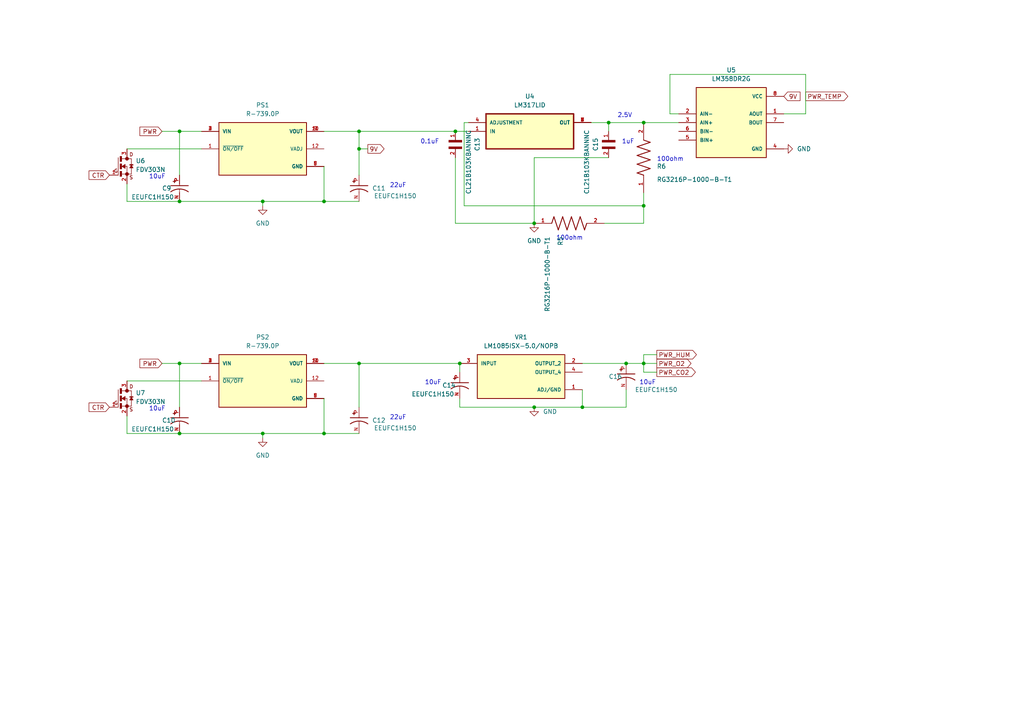
<source format=kicad_sch>
(kicad_sch (version 20211123) (generator eeschema)

  (uuid 20c6298d-9b7e-4eb8-9818-85d3b3851f75)

  (paper "A4")

  (title_block
    (title "Conversores")
    (date "2023-06-18")
    (company "UC3M")
    (comment 1 "En la parte inferior se muestra la alimentación de 5V estables para el resto de sensores de hoja.")
    (comment 2 "También, se muestra la alimentación de los amplificadores operacionales (9V).")
    (comment 3 "En el superior se muestra la alimentación del sensor de temperatura que necesita 2.5V de forma estable.")
    (comment 4 "Se utilizan dos conversores para alimentar de forma adecuada todo el sistema.")
  )

  (lib_symbols
    (symbol "CL21B103KBANNNC:CL21B103KBANNNC" (pin_names (offset 1.016)) (in_bom yes) (on_board yes)
      (property "Reference" "C" (id 0) (at 0 3.81 0)
        (effects (font (size 1.27 1.27)) (justify left bottom))
      )
      (property "Value" "CL21B103KBANNNC" (id 1) (at 0 -5.08 0)
        (effects (font (size 1.27 1.27)) (justify left bottom))
      )
      (property "Footprint" "CAPC2012X140N" (id 2) (at 0 0 0)
        (effects (font (size 1.27 1.27)) (justify bottom) hide)
      )
      (property "Datasheet" "" (id 3) (at 0 0 0)
        (effects (font (size 1.27 1.27)) hide)
      )
      (symbol "CL21B103KBANNNC_0_0"
        (rectangle (start 0 -1.905) (end 0.635 1.905)
          (stroke (width 0.1) (type default) (color 0 0 0 0))
          (fill (type outline))
        )
        (rectangle (start 1.905 -1.905) (end 2.54 1.905)
          (stroke (width 0.1) (type default) (color 0 0 0 0))
          (fill (type outline))
        )
        (pin passive line (at 5.08 0 180) (length 2.54)
          (name "~" (effects (font (size 1.016 1.016))))
          (number "1" (effects (font (size 1.016 1.016))))
        )
        (pin passive line (at -2.54 0 0) (length 2.54)
          (name "~" (effects (font (size 1.016 1.016))))
          (number "2" (effects (font (size 1.016 1.016))))
        )
      )
    )
    (symbol "EEUFC1H150:EEUFC1H150" (pin_names (offset 1.016)) (in_bom yes) (on_board yes)
      (property "Reference" "C" (id 0) (at -2.54 3.81 0)
        (effects (font (size 1.27 1.27)) (justify left bottom))
      )
      (property "Value" "EEUFC1H150" (id 1) (at -2.54 -5.08 0)
        (effects (font (size 1.27 1.27)) (justify left bottom))
      )
      (property "Footprint" "CAPPRD200W50D500H1100" (id 2) (at 0 0 0)
        (effects (font (size 1.27 1.27)) (justify bottom) hide)
      )
      (property "Datasheet" "" (id 3) (at 0 0 0)
        (effects (font (size 1.27 1.27)) hide)
      )
      (property "MF" "PANASONIC" (id 4) (at 0 0 0)
        (effects (font (size 1.27 1.27)) (justify bottom) hide)
      )
      (property "b_max" "0.55" (id 5) (at 0 0 0)
        (effects (font (size 1.27 1.27)) (justify bottom) hide)
      )
      (property "DESCRIPTION" "FC-A" (id 6) (at 0 0 0)
        (effects (font (size 1.27 1.27)) (justify bottom) hide)
      )
      (property "b_nom" "0.5" (id 7) (at 0 0 0)
        (effects (font (size 1.27 1.27)) (justify bottom) hide)
      )
      (property "PARTREV" "20-DEC-19" (id 8) (at 0 0 0)
        (effects (font (size 1.27 1.27)) (justify bottom) hide)
      )
      (property "A_max" "11" (id 9) (at 0 0 0)
        (effects (font (size 1.27 1.27)) (justify bottom) hide)
      )
      (property "D_nom" "5" (id 10) (at 0 0 0)
        (effects (font (size 1.27 1.27)) (justify bottom) hide)
      )
      (property "e_nom" "2" (id 11) (at 0 0 0)
        (effects (font (size 1.27 1.27)) (justify bottom) hide)
      )
      (symbol "EEUFC1H150_0_0"
        (rectangle (start -1.173 -1.532) (end -0.284 -1.405)
          (stroke (width 0.1) (type default) (color 0 0 0 0))
          (fill (type outline))
        )
        (rectangle (start -0.792 -1.913) (end -0.665 -1.024)
          (stroke (width 0.1) (type default) (color 0 0 0 0))
          (fill (type outline))
        )
        (polyline
          (pts
            (xy 0 0)
            (xy 0.508 0)
          )
          (stroke (width 0.1524) (type default) (color 0 0 0 0))
          (fill (type none))
        )
        (polyline
          (pts
            (xy 0.508 0)
            (xy 0.508 -2.54)
          )
          (stroke (width 0.254) (type default) (color 0 0 0 0))
          (fill (type none))
        )
        (polyline
          (pts
            (xy 0.508 2.54)
            (xy 0.508 0)
          )
          (stroke (width 0.254) (type default) (color 0 0 0 0))
          (fill (type none))
        )
        (polyline
          (pts
            (xy 2.54 0)
            (xy 1.524 0)
          )
          (stroke (width 0.1524) (type default) (color 0 0 0 0))
          (fill (type none))
        )
        (arc (start 2.286 2.54) (mid 1.4851 0) (end 2.286 -2.54)
          (stroke (width 0.254) (type default) (color 0 0 0 0))
          (fill (type none))
        )
        (pin passive line (at 5.08 0 180) (length 2.54)
          (name "~" (effects (font (size 1.016 1.016))))
          (number "N" (effects (font (size 1.016 1.016))))
        )
        (pin passive line (at -2.54 0 0) (length 2.54)
          (name "~" (effects (font (size 1.016 1.016))))
          (number "P" (effects (font (size 1.016 1.016))))
        )
      )
    )
    (symbol "FDV303N:FDV303N" (pin_names (offset 1.016)) (in_bom yes) (on_board yes)
      (property "Reference" "U" (id 0) (at 2.5442 0 0)
        (effects (font (size 1.27 1.27)) (justify left bottom))
      )
      (property "Value" "FDV303N" (id 1) (at 2.5413 -2.5413 0)
        (effects (font (size 1.27 1.27)) (justify left bottom))
      )
      (property "Footprint" "SOT23" (id 2) (at 0 0 0)
        (effects (font (size 1.27 1.27)) (justify bottom) hide)
      )
      (property "Datasheet" "" (id 3) (at 0 0 0)
        (effects (font (size 1.27 1.27)) hide)
      )
      (symbol "FDV303N_0_0"
        (rectangle (start -2.0361 -0.7635) (end -1.524 0.762)
          (stroke (width 0.1) (type default) (color 0 0 0 0))
          (fill (type outline))
        )
        (rectangle (start -2.0333 -2.9229) (end -1.524 -1.397)
          (stroke (width 0.1) (type default) (color 0 0 0 0))
          (fill (type outline))
        )
        (rectangle (start -2.0327 1.3975) (end -1.524 2.921)
          (stroke (width 0.1) (type default) (color 0 0 0 0))
          (fill (type outline))
        )
        (circle (center 0 -2.2225) (radius 0.127)
          (stroke (width 0.4064) (type default) (color 0 0 0 0))
          (fill (type none))
        )
        (polyline
          (pts
            (xy -2.54 -2.54)
            (xy -2.54 2.54)
          )
          (stroke (width 0.1524) (type default) (color 0 0 0 0))
          (fill (type none))
        )
        (polyline
          (pts
            (xy -1.5875 -2.2225)
            (xy 0 -2.2225)
          )
          (stroke (width 0.1524) (type default) (color 0 0 0 0))
          (fill (type none))
        )
        (polyline
          (pts
            (xy -1.5875 2.2225)
            (xy 0 2.2225)
          )
          (stroke (width 0.1524) (type default) (color 0 0 0 0))
          (fill (type none))
        )
        (polyline
          (pts
            (xy -0.508 0)
            (xy 0 0)
          )
          (stroke (width 0.1524) (type default) (color 0 0 0 0))
          (fill (type none))
        )
        (polyline
          (pts
            (xy 0 -2.2225)
            (xy 0 -2.54)
          )
          (stroke (width 0.1524) (type default) (color 0 0 0 0))
          (fill (type none))
        )
        (polyline
          (pts
            (xy 0 0)
            (xy 0 -2.2225)
          )
          (stroke (width 0.1524) (type default) (color 0 0 0 0))
          (fill (type none))
        )
        (polyline
          (pts
            (xy 0 2.2225)
            (xy 1.27 2.2225)
          )
          (stroke (width 0.1524) (type default) (color 0 0 0 0))
          (fill (type none))
        )
        (polyline
          (pts
            (xy 0 2.54)
            (xy 0 2.2225)
          )
          (stroke (width 0.1524) (type default) (color 0 0 0 0))
          (fill (type none))
        )
        (polyline
          (pts
            (xy 1.27 -2.2225)
            (xy 0 -2.2225)
          )
          (stroke (width 0.1524) (type default) (color 0 0 0 0))
          (fill (type none))
        )
        (polyline
          (pts
            (xy 1.27 2.2225)
            (xy 1.27 -2.2225)
          )
          (stroke (width 0.1524) (type default) (color 0 0 0 0))
          (fill (type none))
        )
        (polyline
          (pts
            (xy -1.524 0)
            (xy -0.508 0.635)
            (xy -0.508 -0.635)
            (xy -1.524 0)
          )
          (stroke (width 0.1016) (type default) (color 0 0 0 0))
          (fill (type outline))
        )
        (polyline
          (pts
            (xy 1.27 0.3175)
            (xy 0.762 -0.4445)
            (xy 1.778 -0.4445)
            (xy 1.27 0.3175)
          )
          (stroke (width 0.1524) (type default) (color 0 0 0 0))
          (fill (type outline))
        )
        (circle (center 0 2.2225) (radius 0.127)
          (stroke (width 0.4064) (type default) (color 0 0 0 0))
          (fill (type none))
        )
        (rectangle (start 0.7631 0.318) (end 1.778 0.5715)
          (stroke (width 0.1) (type default) (color 0 0 0 0))
          (fill (type outline))
        )
        (text "D" (at 0.6352 2.8582 0)
          (effects (font (size 1.0163 1.0163)) (justify left bottom))
        )
        (text "G" (at -3.8125 -1.9063 0)
          (effects (font (size 1.0167 1.0167)) (justify left bottom))
        )
        (text "S" (at 0.6354 -3.8122 0)
          (effects (font (size 1.0166 1.0166)) (justify left bottom))
        )
        (pin passive line (at -5.08 -2.54 0) (length 2.54)
          (name "~" (effects (font (size 1.016 1.016))))
          (number "1" (effects (font (size 1.016 1.016))))
        )
        (pin passive line (at 0 -5.08 90) (length 2.54)
          (name "~" (effects (font (size 1.016 1.016))))
          (number "2" (effects (font (size 1.016 1.016))))
        )
        (pin passive line (at 0 5.08 270) (length 2.54)
          (name "~" (effects (font (size 1.016 1.016))))
          (number "3" (effects (font (size 1.016 1.016))))
        )
      )
    )
    (symbol "LM1085ISX-5.0_NOPB:LM1085ISX-5.0{slash}NOPB" (pin_names (offset 1.016)) (in_bom yes) (on_board yes)
      (property "Reference" "VR" (id 0) (at -12.7 5.842 0)
        (effects (font (size 1.27 1.27)) (justify left bottom))
      )
      (property "Value" "LM1085ISX-5.0{slash}NOPB" (id 1) (at -12.7 -8.382 0)
        (effects (font (size 1.27 1.27)) (justify left top))
      )
      (property "Footprint" "TO254P1435X464-4N" (id 2) (at 0 0 0)
        (effects (font (size 1.27 1.27)) (justify bottom) hide)
      )
      (property "Datasheet" "" (id 3) (at 0 0 0)
        (effects (font (size 1.27 1.27)) hide)
      )
      (property "PARTREV" "I" (id 4) (at 0 0 0)
        (effects (font (size 1.27 1.27)) (justify bottom) hide)
      )
      (property "STANDARD" "IPC-7351B" (id 5) (at 0 0 0)
        (effects (font (size 1.27 1.27)) (justify bottom) hide)
      )
      (property "MAXIMUM_PACKAGE_HEIGHT" "4.64 mm" (id 6) (at 0 0 0)
        (effects (font (size 1.27 1.27)) (justify bottom) hide)
      )
      (property "MANUFACTURER" "Texas Instruments" (id 7) (at 0 0 0)
        (effects (font (size 1.27 1.27)) (justify bottom) hide)
      )
      (symbol "LM1085ISX-5.0{slash}NOPB_0_0"
        (rectangle (start -12.7 -7.62) (end 12.7 5.08)
          (stroke (width 0.254) (type default) (color 0 0 0 0))
          (fill (type background))
        )
        (pin power_in line (at 17.78 -5.08 180) (length 5.08)
          (name "ADJ/GND" (effects (font (size 1.016 1.016))))
          (number "1" (effects (font (size 1.016 1.016))))
        )
        (pin output line (at 17.78 2.54 180) (length 5.08)
          (name "OUTPUT_2" (effects (font (size 1.016 1.016))))
          (number "2" (effects (font (size 1.016 1.016))))
        )
        (pin input line (at -17.78 2.54 0) (length 5.08)
          (name "INPUT" (effects (font (size 1.016 1.016))))
          (number "3" (effects (font (size 1.016 1.016))))
        )
        (pin output line (at 17.78 0 180) (length 5.08)
          (name "OUTPUT_4" (effects (font (size 1.016 1.016))))
          (number "4" (effects (font (size 1.016 1.016))))
        )
      )
    )
    (symbol "LM317LID:LM317LID" (pin_names (offset 1.016)) (in_bom yes) (on_board yes)
      (property "Reference" "U" (id 0) (at -12.7 6.08 0)
        (effects (font (size 1.27 1.27)) (justify left bottom))
      )
      (property "Value" "LM317LID" (id 1) (at -12.7 -9.08 0)
        (effects (font (size 1.27 1.27)) (justify left bottom))
      )
      (property "Footprint" "SOIC127P599X175-8N" (id 2) (at 0 0 0)
        (effects (font (size 1.27 1.27)) (justify bottom) hide)
      )
      (property "Datasheet" "" (id 3) (at 0 0 0)
        (effects (font (size 1.27 1.27)) hide)
      )
      (symbol "LM317LID_0_0"
        (rectangle (start -12.7 -5.08) (end 12.7 5.08)
          (stroke (width 0.41) (type default) (color 0 0 0 0))
          (fill (type background))
        )
        (pin input line (at -17.78 0 0) (length 5.08)
          (name "IN" (effects (font (size 1.016 1.016))))
          (number "1" (effects (font (size 1.016 1.016))))
        )
        (pin output line (at 17.78 2.54 180) (length 5.08)
          (name "OUT" (effects (font (size 1.016 1.016))))
          (number "2" (effects (font (size 1.016 1.016))))
        )
        (pin output line (at 17.78 2.54 180) (length 5.08)
          (name "OUT" (effects (font (size 1.016 1.016))))
          (number "3" (effects (font (size 1.016 1.016))))
        )
        (pin input line (at -17.78 2.54 0) (length 5.08)
          (name "ADJUSTMENT" (effects (font (size 1.016 1.016))))
          (number "4" (effects (font (size 1.016 1.016))))
        )
        (pin output line (at 17.78 2.54 180) (length 5.08)
          (name "OUT" (effects (font (size 1.016 1.016))))
          (number "6" (effects (font (size 1.016 1.016))))
        )
        (pin output line (at 17.78 2.54 180) (length 5.08)
          (name "OUT" (effects (font (size 1.016 1.016))))
          (number "7" (effects (font (size 1.016 1.016))))
        )
      )
    )
    (symbol "LM358DR2G:LM358DR2G" (pin_names (offset 1.016)) (in_bom yes) (on_board yes)
      (property "Reference" "U" (id 0) (at -10.1755 10.1755 0)
        (effects (font (size 1.27 1.27)) (justify left bottom))
      )
      (property "Value" "LM358DR2G" (id 1) (at -10.1775 -12.7219 0)
        (effects (font (size 1.27 1.27)) (justify left bottom))
      )
      (property "Footprint" "SOIC127P600X175-8N" (id 2) (at 0 0 0)
        (effects (font (size 1.27 1.27)) (justify bottom) hide)
      )
      (property "Datasheet" "" (id 3) (at 0 0 0)
        (effects (font (size 1.27 1.27)) hide)
      )
      (property "MANUFACTURER" "ON Semiconductor" (id 4) (at 0 0 0)
        (effects (font (size 1.27 1.27)) (justify bottom) hide)
      )
      (symbol "LM358DR2G_0_0"
        (rectangle (start -10.16 -10.16) (end 10.16 10.16)
          (stroke (width 0.254) (type default) (color 0 0 0 0))
          (fill (type background))
        )
        (pin output line (at 15.24 2.54 180) (length 5.08)
          (name "AOUT" (effects (font (size 1.016 1.016))))
          (number "1" (effects (font (size 1.016 1.016))))
        )
        (pin input line (at -15.24 2.54 0) (length 5.08)
          (name "AIN-" (effects (font (size 1.016 1.016))))
          (number "2" (effects (font (size 1.016 1.016))))
        )
        (pin input line (at -15.24 0 0) (length 5.08)
          (name "AIN+" (effects (font (size 1.016 1.016))))
          (number "3" (effects (font (size 1.016 1.016))))
        )
        (pin passive line (at 15.24 -7.62 180) (length 5.08)
          (name "GND" (effects (font (size 1.016 1.016))))
          (number "4" (effects (font (size 1.016 1.016))))
        )
        (pin input line (at -15.24 -5.08 0) (length 5.08)
          (name "BIN+" (effects (font (size 1.016 1.016))))
          (number "5" (effects (font (size 1.016 1.016))))
        )
        (pin input line (at -15.24 -2.54 0) (length 5.08)
          (name "BIN-" (effects (font (size 1.016 1.016))))
          (number "6" (effects (font (size 1.016 1.016))))
        )
        (pin output line (at 15.24 0 180) (length 5.08)
          (name "BOUT" (effects (font (size 1.016 1.016))))
          (number "7" (effects (font (size 1.016 1.016))))
        )
        (pin power_in line (at 15.24 7.62 180) (length 5.08)
          (name "VCC" (effects (font (size 1.016 1.016))))
          (number "8" (effects (font (size 1.016 1.016))))
        )
      )
    )
    (symbol "R-739.0P:R-739.0P" (pin_names (offset 1.016)) (in_bom yes) (on_board yes)
      (property "Reference" "PS" (id 0) (at -12.7039 8.8979 0)
        (effects (font (size 1.27 1.27)) (justify left bottom))
      )
      (property "Value" "R-739.0P" (id 1) (at -12.7014 -10.1627 0)
        (effects (font (size 1.27 1.27)) (justify left bottom))
      )
      (property "Footprint" "CONV_R-739.0P" (id 2) (at 0 0 0)
        (effects (font (size 1.27 1.27)) (justify bottom) hide)
      )
      (property "Datasheet" "" (id 3) (at 0 0 0)
        (effects (font (size 1.27 1.27)) hide)
      )
      (property "PARTREV" "5" (id 4) (at 0 0 0)
        (effects (font (size 1.27 1.27)) (justify bottom) hide)
      )
      (property "STANDARD" "Manufacturer Recommendations" (id 5) (at 0 0 0)
        (effects (font (size 1.27 1.27)) (justify bottom) hide)
      )
      (property "MAXIMUM_PACKAGE_HEIGHT" "15.00mm" (id 6) (at 0 0 0)
        (effects (font (size 1.27 1.27)) (justify bottom) hide)
      )
      (property "MANUFACTURER" "RECOM" (id 7) (at 0 0 0)
        (effects (font (size 1.27 1.27)) (justify bottom) hide)
      )
      (symbol "R-739.0P_0_0"
        (rectangle (start -12.7 -7.62) (end 12.7 7.62)
          (stroke (width 0.254) (type default) (color 0 0 0 0))
          (fill (type background))
        )
        (pin input line (at -17.78 0 0) (length 5.08)
          (name "~{ON/OFF}" (effects (font (size 1.016 1.016))))
          (number "1" (effects (font (size 1.016 1.016))))
        )
        (pin output line (at 17.78 5.08 180) (length 5.08)
          (name "VOUT" (effects (font (size 1.016 1.016))))
          (number "10" (effects (font (size 1.016 1.016))))
        )
        (pin output line (at 17.78 5.08 180) (length 5.08)
          (name "VOUT" (effects (font (size 1.016 1.016))))
          (number "11" (effects (font (size 1.016 1.016))))
        )
        (pin passive line (at 17.78 0 180) (length 5.08)
          (name "VADJ" (effects (font (size 1.016 1.016))))
          (number "12" (effects (font (size 1.016 1.016))))
        )
        (pin input line (at -17.78 5.08 0) (length 5.08)
          (name "VIN" (effects (font (size 1.016 1.016))))
          (number "2" (effects (font (size 1.016 1.016))))
        )
        (pin input line (at -17.78 5.08 0) (length 5.08)
          (name "VIN" (effects (font (size 1.016 1.016))))
          (number "3" (effects (font (size 1.016 1.016))))
        )
        (pin input line (at -17.78 5.08 0) (length 5.08)
          (name "VIN" (effects (font (size 1.016 1.016))))
          (number "4" (effects (font (size 1.016 1.016))))
        )
        (pin power_in line (at 17.78 -5.08 180) (length 5.08)
          (name "GND" (effects (font (size 1.016 1.016))))
          (number "5" (effects (font (size 1.016 1.016))))
        )
        (pin power_in line (at 17.78 -5.08 180) (length 5.08)
          (name "GND" (effects (font (size 1.016 1.016))))
          (number "6" (effects (font (size 1.016 1.016))))
        )
        (pin power_in line (at 17.78 -5.08 180) (length 5.08)
          (name "GND" (effects (font (size 1.016 1.016))))
          (number "7" (effects (font (size 1.016 1.016))))
        )
        (pin power_in line (at 17.78 -5.08 180) (length 5.08)
          (name "GND" (effects (font (size 1.016 1.016))))
          (number "8" (effects (font (size 1.016 1.016))))
        )
        (pin output line (at 17.78 5.08 180) (length 5.08)
          (name "VOUT" (effects (font (size 1.016 1.016))))
          (number "9" (effects (font (size 1.016 1.016))))
        )
      )
    )
    (symbol "RG3216P-1000-B-T1:RG3216P-1000-B-T1" (pin_names (offset 1.016)) (in_bom yes) (on_board yes)
      (property "Reference" "R" (id 0) (at -7.6244 2.5415 0)
        (effects (font (size 1.27 1.27)) (justify left bottom))
      )
      (property "Value" "RG3216P-1000-B-T1" (id 1) (at -7.63 -5.0866 0)
        (effects (font (size 1.27 1.27)) (justify left bottom))
      )
      (property "Footprint" "RESC3216X50N" (id 2) (at 0 0 0)
        (effects (font (size 1.27 1.27)) (justify bottom) hide)
      )
      (property "Datasheet" "" (id 3) (at 0 0 0)
        (effects (font (size 1.27 1.27)) hide)
      )
      (symbol "RG3216P-1000-B-T1_0_0"
        (polyline
          (pts
            (xy -5.08 0)
            (xy -4.445 1.905)
          )
          (stroke (width 0.254) (type default) (color 0 0 0 0))
          (fill (type none))
        )
        (polyline
          (pts
            (xy -4.445 1.905)
            (xy -3.175 -1.905)
          )
          (stroke (width 0.254) (type default) (color 0 0 0 0))
          (fill (type none))
        )
        (polyline
          (pts
            (xy -3.175 -1.905)
            (xy -1.905 1.905)
          )
          (stroke (width 0.254) (type default) (color 0 0 0 0))
          (fill (type none))
        )
        (polyline
          (pts
            (xy -1.905 1.905)
            (xy -0.635 -1.905)
          )
          (stroke (width 0.254) (type default) (color 0 0 0 0))
          (fill (type none))
        )
        (polyline
          (pts
            (xy -0.635 -1.905)
            (xy 0.635 1.905)
          )
          (stroke (width 0.254) (type default) (color 0 0 0 0))
          (fill (type none))
        )
        (polyline
          (pts
            (xy 0.635 1.905)
            (xy 1.905 -1.905)
          )
          (stroke (width 0.254) (type default) (color 0 0 0 0))
          (fill (type none))
        )
        (polyline
          (pts
            (xy 1.905 -1.905)
            (xy 3.175 1.905)
          )
          (stroke (width 0.254) (type default) (color 0 0 0 0))
          (fill (type none))
        )
        (polyline
          (pts
            (xy 3.175 1.905)
            (xy 4.445 -1.905)
          )
          (stroke (width 0.254) (type default) (color 0 0 0 0))
          (fill (type none))
        )
        (polyline
          (pts
            (xy 4.445 -1.905)
            (xy 5.08 0)
          )
          (stroke (width 0.254) (type default) (color 0 0 0 0))
          (fill (type none))
        )
        (pin passive line (at -10.16 0 0) (length 5.08)
          (name "~" (effects (font (size 1.016 1.016))))
          (number "1" (effects (font (size 1.016 1.016))))
        )
        (pin passive line (at 10.16 0 180) (length 5.08)
          (name "~" (effects (font (size 1.016 1.016))))
          (number "2" (effects (font (size 1.016 1.016))))
        )
      )
    )
    (symbol "power:GND" (power) (pin_names (offset 0)) (in_bom yes) (on_board yes)
      (property "Reference" "#PWR" (id 0) (at 0 -6.35 0)
        (effects (font (size 1.27 1.27)) hide)
      )
      (property "Value" "GND" (id 1) (at 0 -3.81 0)
        (effects (font (size 1.27 1.27)))
      )
      (property "Footprint" "" (id 2) (at 0 0 0)
        (effects (font (size 1.27 1.27)) hide)
      )
      (property "Datasheet" "" (id 3) (at 0 0 0)
        (effects (font (size 1.27 1.27)) hide)
      )
      (property "ki_keywords" "power-flag" (id 4) (at 0 0 0)
        (effects (font (size 1.27 1.27)) hide)
      )
      (property "ki_description" "Power symbol creates a global label with name \"GND\" , ground" (id 5) (at 0 0 0)
        (effects (font (size 1.27 1.27)) hide)
      )
      (symbol "GND_0_1"
        (polyline
          (pts
            (xy 0 0)
            (xy 0 -1.27)
            (xy 1.27 -1.27)
            (xy 0 -2.54)
            (xy -1.27 -1.27)
            (xy 0 -1.27)
          )
          (stroke (width 0) (type default) (color 0 0 0 0))
          (fill (type none))
        )
      )
      (symbol "GND_1_1"
        (pin power_in line (at 0 0 270) (length 0) hide
          (name "GND" (effects (font (size 1.27 1.27))))
          (number "1" (effects (font (size 1.27 1.27))))
        )
      )
    )
  )

  (junction (at 104.14 43.18) (diameter 0) (color 0 0 0 0)
    (uuid 09139c6f-4704-4bb8-999c-05e8269bbc91)
  )
  (junction (at 93.98 125.73) (diameter 0) (color 0 0 0 0)
    (uuid 0eb018bd-1db8-4f5d-b7e3-fcc1f6a1ef43)
  )
  (junction (at 181.61 105.41) (diameter 0) (color 0 0 0 0)
    (uuid 21aa3389-4205-496c-9153-72732bb0b167)
  )
  (junction (at 168.91 118.11) (diameter 0) (color 0 0 0 0)
    (uuid 247806b6-8c4e-4d00-9832-6b66e70de8c2)
  )
  (junction (at 154.94 64.77) (diameter 0) (color 0 0 0 0)
    (uuid 48ba6512-c8e1-4f57-9574-33e7da058265)
  )
  (junction (at 176.53 35.56) (diameter 0) (color 0 0 0 0)
    (uuid 4fdc747d-eda4-4737-8ce5-6764a02be7e5)
  )
  (junction (at 132.08 38.1) (diameter 0) (color 0 0 0 0)
    (uuid 51f402c5-e7c1-4865-b940-2b75c938859d)
  )
  (junction (at 133.35 105.41) (diameter 0) (color 0 0 0 0)
    (uuid 697ded38-d13c-46ec-9308-b18989817ef7)
  )
  (junction (at 154.94 118.11) (diameter 0) (color 0 0 0 0)
    (uuid 6f8e6d80-5fd8-47f5-a047-145cf4c2d230)
  )
  (junction (at 52.07 105.41) (diameter 0) (color 0 0 0 0)
    (uuid 80f75b6e-4925-468b-8e2b-698064806518)
  )
  (junction (at 104.14 38.1) (diameter 0) (color 0 0 0 0)
    (uuid 986374b0-6eb6-48fb-89bb-3cd71a30ee78)
  )
  (junction (at 93.98 58.42) (diameter 0) (color 0 0 0 0)
    (uuid a2a354be-fb5d-4145-8fea-bcc5c6962985)
  )
  (junction (at 186.69 59.69) (diameter 0) (color 0 0 0 0)
    (uuid aad9d7cf-5923-491a-8fde-eeea6f0570a1)
  )
  (junction (at 76.2 125.73) (diameter 0) (color 0 0 0 0)
    (uuid ad35e48f-2b60-4965-a552-e01e414d4900)
  )
  (junction (at 52.07 58.42) (diameter 0) (color 0 0 0 0)
    (uuid ada3764d-d193-4485-88b8-5b34ea580fb3)
  )
  (junction (at 186.69 35.56) (diameter 0) (color 0 0 0 0)
    (uuid b063a47b-a25c-4673-bb03-5b1605ee1723)
  )
  (junction (at 104.14 105.41) (diameter 0) (color 0 0 0 0)
    (uuid b7ad4097-9602-4ce2-ab94-3e018c575cc4)
  )
  (junction (at 186.69 105.41) (diameter 0) (color 0 0 0 0)
    (uuid c57fff1e-9169-4016-8bca-0be8bc46ca45)
  )
  (junction (at 76.2 58.42) (diameter 0) (color 0 0 0 0)
    (uuid efce5d69-f787-4b8d-83a7-d569d4d68d6b)
  )
  (junction (at 52.07 38.1) (diameter 0) (color 0 0 0 0)
    (uuid f3d8b89c-110e-44c2-99e5-a88d3df0faee)
  )
  (junction (at 52.07 125.73) (diameter 0) (color 0 0 0 0)
    (uuid f3dbd74b-ac86-4b2c-9a37-3a07a721dbb9)
  )

  (wire (pts (xy 52.07 58.42) (xy 76.2 58.42))
    (stroke (width 0) (type default) (color 0 0 0 0))
    (uuid 03139563-269b-4cc0-8ff0-b936781f29c7)
  )
  (wire (pts (xy 186.69 64.77) (xy 186.69 59.69))
    (stroke (width 0) (type default) (color 0 0 0 0))
    (uuid 040229e7-3112-4081-a741-e5a21eaeeb74)
  )
  (wire (pts (xy 52.07 50.8) (xy 52.07 38.1))
    (stroke (width 0) (type default) (color 0 0 0 0))
    (uuid 063624f7-911c-4701-a7a5-6e671014e31d)
  )
  (wire (pts (xy 93.98 105.41) (xy 104.14 105.41))
    (stroke (width 0) (type default) (color 0 0 0 0))
    (uuid 06aaa55c-b1cf-49ed-bdb3-f64c09295935)
  )
  (wire (pts (xy 76.2 125.73) (xy 93.98 125.73))
    (stroke (width 0) (type default) (color 0 0 0 0))
    (uuid 1824ad9e-9ae7-4cc3-96bd-c28ef07f0c72)
  )
  (wire (pts (xy 181.61 118.11) (xy 168.91 118.11))
    (stroke (width 0) (type default) (color 0 0 0 0))
    (uuid 18af04f8-9aa1-4df8-8cb4-7fe30f6b15e0)
  )
  (wire (pts (xy 168.91 118.11) (xy 154.94 118.11))
    (stroke (width 0) (type default) (color 0 0 0 0))
    (uuid 1a438c78-4d7a-42e7-be1a-c41357edabd9)
  )
  (wire (pts (xy 93.98 115.57) (xy 93.98 125.73))
    (stroke (width 0) (type default) (color 0 0 0 0))
    (uuid 2209867c-cf53-44f4-989d-9fa22d2ccd3a)
  )
  (wire (pts (xy 36.83 110.49) (xy 58.42 110.49))
    (stroke (width 0) (type default) (color 0 0 0 0))
    (uuid 2c16d44e-62f1-4893-a94b-429494654e60)
  )
  (wire (pts (xy 186.69 59.69) (xy 186.69 55.88))
    (stroke (width 0) (type default) (color 0 0 0 0))
    (uuid 31dc9139-a68a-4953-9663-7c31e55b9b17)
  )
  (wire (pts (xy 154.94 45.72) (xy 154.94 64.77))
    (stroke (width 0) (type default) (color 0 0 0 0))
    (uuid 37cb41d7-938c-4f3c-90eb-06db59c27093)
  )
  (wire (pts (xy 52.07 118.11) (xy 52.07 105.41))
    (stroke (width 0) (type default) (color 0 0 0 0))
    (uuid 385e5349-952d-45f9-a0d9-643f1419a212)
  )
  (wire (pts (xy 52.07 38.1) (xy 58.42 38.1))
    (stroke (width 0) (type default) (color 0 0 0 0))
    (uuid 3ada8209-b532-4538-82a3-53c32610af37)
  )
  (wire (pts (xy 76.2 58.42) (xy 93.98 58.42))
    (stroke (width 0) (type default) (color 0 0 0 0))
    (uuid 3c3a91b1-6691-4486-82c8-726057b6b924)
  )
  (wire (pts (xy 104.14 38.1) (xy 132.08 38.1))
    (stroke (width 0) (type default) (color 0 0 0 0))
    (uuid 41a39c35-6751-4407-8423-fbf241785a02)
  )
  (wire (pts (xy 186.69 105.41) (xy 186.69 107.95))
    (stroke (width 0) (type default) (color 0 0 0 0))
    (uuid 4218a21a-6000-4334-81c7-29dada943fed)
  )
  (wire (pts (xy 194.31 21.59) (xy 233.68 21.59))
    (stroke (width 0) (type default) (color 0 0 0 0))
    (uuid 4812fc0c-d2a3-4c76-b095-5015d6fad652)
  )
  (wire (pts (xy 186.69 107.95) (xy 190.5 107.95))
    (stroke (width 0) (type default) (color 0 0 0 0))
    (uuid 4a629d8f-91da-470b-898e-060f1e679869)
  )
  (wire (pts (xy 175.26 64.77) (xy 186.69 64.77))
    (stroke (width 0) (type default) (color 0 0 0 0))
    (uuid 4ae17c21-2f1d-4b18-8df5-560871ab96f7)
  )
  (wire (pts (xy 104.14 105.41) (xy 104.14 118.11))
    (stroke (width 0) (type default) (color 0 0 0 0))
    (uuid 55fcda67-cb8a-4c32-803d-f3df874674e0)
  )
  (wire (pts (xy 36.83 43.18) (xy 58.42 43.18))
    (stroke (width 0) (type default) (color 0 0 0 0))
    (uuid 583b80b5-4593-4aff-a6d1-6d830986aa97)
  )
  (wire (pts (xy 93.98 48.26) (xy 93.98 58.42))
    (stroke (width 0) (type default) (color 0 0 0 0))
    (uuid 5df8e743-99bd-490d-ba44-b35691e4a156)
  )
  (wire (pts (xy 104.14 43.18) (xy 104.14 50.8))
    (stroke (width 0) (type default) (color 0 0 0 0))
    (uuid 6167ae66-e5a1-4a16-9ddf-965ad911ddb6)
  )
  (wire (pts (xy 168.91 113.03) (xy 168.91 118.11))
    (stroke (width 0) (type default) (color 0 0 0 0))
    (uuid 6681af91-6502-4bc3-a015-67a8c702020f)
  )
  (wire (pts (xy 171.45 35.56) (xy 176.53 35.56))
    (stroke (width 0) (type default) (color 0 0 0 0))
    (uuid 69dcc505-eb84-4c98-8f7a-ed16a2e0f2c1)
  )
  (wire (pts (xy 176.53 45.72) (xy 154.94 45.72))
    (stroke (width 0) (type default) (color 0 0 0 0))
    (uuid 6c069ba7-8fb3-4bf2-b0b9-7d37843484c1)
  )
  (wire (pts (xy 132.08 64.77) (xy 154.94 64.77))
    (stroke (width 0) (type default) (color 0 0 0 0))
    (uuid 70687c47-351b-4971-8b03-4e8271c68855)
  )
  (wire (pts (xy 194.31 33.02) (xy 194.31 21.59))
    (stroke (width 0) (type default) (color 0 0 0 0))
    (uuid 70b03d22-2037-4575-aa1f-e05da18f3612)
  )
  (wire (pts (xy 168.91 105.41) (xy 181.61 105.41))
    (stroke (width 0) (type default) (color 0 0 0 0))
    (uuid 7559ed50-a789-4749-8627-ae8329fb99e4)
  )
  (wire (pts (xy 133.35 115.57) (xy 133.35 118.11))
    (stroke (width 0) (type default) (color 0 0 0 0))
    (uuid 7fb4d9db-4070-4ac5-afc3-e89d49de1c38)
  )
  (wire (pts (xy 104.14 38.1) (xy 104.14 43.18))
    (stroke (width 0) (type default) (color 0 0 0 0))
    (uuid 80902a1b-9aec-4869-8ce4-661cb94fea9d)
  )
  (wire (pts (xy 36.83 53.34) (xy 36.83 58.42))
    (stroke (width 0) (type default) (color 0 0 0 0))
    (uuid 80c1d772-f428-4f10-ba21-26c3092b4f48)
  )
  (wire (pts (xy 176.53 35.56) (xy 186.69 35.56))
    (stroke (width 0) (type default) (color 0 0 0 0))
    (uuid 8474a4d8-dd3a-47e3-8e95-8596d7b4df46)
  )
  (wire (pts (xy 176.53 35.56) (xy 176.53 38.1))
    (stroke (width 0) (type default) (color 0 0 0 0))
    (uuid 8747f22e-990f-404d-8d23-18821f6c572d)
  )
  (wire (pts (xy 76.2 125.73) (xy 76.2 127))
    (stroke (width 0) (type default) (color 0 0 0 0))
    (uuid 8767e04d-274f-4a89-888d-3e64b6e3e332)
  )
  (wire (pts (xy 186.69 102.87) (xy 190.5 102.87))
    (stroke (width 0) (type default) (color 0 0 0 0))
    (uuid 88bab95e-f0c2-460a-b790-7524b7b7c208)
  )
  (wire (pts (xy 181.61 105.41) (xy 186.69 105.41))
    (stroke (width 0) (type default) (color 0 0 0 0))
    (uuid 8eb5a89f-211d-4686-bbf1-5268c69d312b)
  )
  (wire (pts (xy 134.62 35.56) (xy 134.62 59.69))
    (stroke (width 0) (type default) (color 0 0 0 0))
    (uuid 9172c509-5453-44fd-8d55-5187f41bd8ff)
  )
  (wire (pts (xy 186.69 105.41) (xy 190.5 105.41))
    (stroke (width 0) (type default) (color 0 0 0 0))
    (uuid 997abed7-8191-4611-8349-5c16a9752759)
  )
  (wire (pts (xy 52.07 38.1) (xy 46.99 38.1))
    (stroke (width 0) (type default) (color 0 0 0 0))
    (uuid 9b0441ac-603d-4522-9ab7-50d179aa6df5)
  )
  (wire (pts (xy 186.69 102.87) (xy 186.69 105.41))
    (stroke (width 0) (type default) (color 0 0 0 0))
    (uuid a2599266-9387-453c-9714-a8533ecac4d3)
  )
  (wire (pts (xy 93.98 58.42) (xy 104.14 58.42))
    (stroke (width 0) (type default) (color 0 0 0 0))
    (uuid aa26e50f-25b4-4d7a-8706-31c94fc16f6c)
  )
  (wire (pts (xy 104.14 105.41) (xy 133.35 105.41))
    (stroke (width 0) (type default) (color 0 0 0 0))
    (uuid afe45e7e-191f-4e5f-9c75-aa3bb107228f)
  )
  (wire (pts (xy 36.83 58.42) (xy 52.07 58.42))
    (stroke (width 0) (type default) (color 0 0 0 0))
    (uuid b5e0605b-acf0-4f44-ba8a-4d3a22764999)
  )
  (wire (pts (xy 134.62 59.69) (xy 186.69 59.69))
    (stroke (width 0) (type default) (color 0 0 0 0))
    (uuid b6dfca2c-0415-4119-9679-4b4ef4435a15)
  )
  (wire (pts (xy 233.68 21.59) (xy 233.68 33.02))
    (stroke (width 0) (type default) (color 0 0 0 0))
    (uuid bbe3cb2f-c3a5-4c8d-9d48-11a61bed14bf)
  )
  (wire (pts (xy 233.68 33.02) (xy 227.33 33.02))
    (stroke (width 0) (type default) (color 0 0 0 0))
    (uuid bf4baee2-ac19-49b3-bc84-eb128e2d7227)
  )
  (wire (pts (xy 52.07 125.73) (xy 76.2 125.73))
    (stroke (width 0) (type default) (color 0 0 0 0))
    (uuid c5f2eab5-436e-4e98-8f0a-44735ad3af8c)
  )
  (wire (pts (xy 93.98 125.73) (xy 104.14 125.73))
    (stroke (width 0) (type default) (color 0 0 0 0))
    (uuid cba3b8a7-9a86-4821-b850-79807c61cc02)
  )
  (wire (pts (xy 104.14 43.18) (xy 106.68 43.18))
    (stroke (width 0) (type default) (color 0 0 0 0))
    (uuid cddeeb3d-008b-4847-a59e-5db96e7b073b)
  )
  (wire (pts (xy 132.08 45.72) (xy 132.08 64.77))
    (stroke (width 0) (type default) (color 0 0 0 0))
    (uuid d56fe083-f8ab-4732-9ccc-848c24452297)
  )
  (wire (pts (xy 132.08 38.1) (xy 135.89 38.1))
    (stroke (width 0) (type default) (color 0 0 0 0))
    (uuid dc20b372-79a2-401e-9e3e-7321c655d766)
  )
  (wire (pts (xy 52.07 105.41) (xy 46.99 105.41))
    (stroke (width 0) (type default) (color 0 0 0 0))
    (uuid dc3fd490-5a08-4edc-b6d7-37ff562b26d8)
  )
  (wire (pts (xy 36.83 125.73) (xy 52.07 125.73))
    (stroke (width 0) (type default) (color 0 0 0 0))
    (uuid dd3f2c72-bc79-49b4-a6ac-3a4624643c43)
  )
  (wire (pts (xy 133.35 105.41) (xy 133.35 107.95))
    (stroke (width 0) (type default) (color 0 0 0 0))
    (uuid df707c2c-4494-4470-b6e9-3a3938df715a)
  )
  (wire (pts (xy 133.35 118.11) (xy 154.94 118.11))
    (stroke (width 0) (type default) (color 0 0 0 0))
    (uuid e3b35b07-3dee-45cc-adf4-41c46de7e808)
  )
  (wire (pts (xy 186.69 35.56) (xy 196.85 35.56))
    (stroke (width 0) (type default) (color 0 0 0 0))
    (uuid e48a8855-5a7a-409d-b170-ff888205cda7)
  )
  (wire (pts (xy 181.61 113.03) (xy 181.61 118.11))
    (stroke (width 0) (type default) (color 0 0 0 0))
    (uuid ea7587e8-641e-4b9c-ab0f-308fa00ba54b)
  )
  (wire (pts (xy 52.07 105.41) (xy 58.42 105.41))
    (stroke (width 0) (type default) (color 0 0 0 0))
    (uuid f26a66f3-e02b-453c-82d1-873cfa18d497)
  )
  (wire (pts (xy 76.2 58.42) (xy 76.2 59.69))
    (stroke (width 0) (type default) (color 0 0 0 0))
    (uuid f3ffbe38-a987-4c5f-96c4-49d10fbed483)
  )
  (wire (pts (xy 36.83 120.65) (xy 36.83 125.73))
    (stroke (width 0) (type default) (color 0 0 0 0))
    (uuid f7f84049-ee41-4fb3-8b2f-8dcdf0bcbf6b)
  )
  (wire (pts (xy 93.98 38.1) (xy 104.14 38.1))
    (stroke (width 0) (type default) (color 0 0 0 0))
    (uuid f93d1c1d-957e-429a-83f7-d49aaea4eb7a)
  )
  (wire (pts (xy 134.62 35.56) (xy 135.89 35.56))
    (stroke (width 0) (type default) (color 0 0 0 0))
    (uuid fa382db8-bf9c-408b-ae0d-7d880db695b5)
  )
  (wire (pts (xy 196.85 33.02) (xy 194.31 33.02))
    (stroke (width 0) (type default) (color 0 0 0 0))
    (uuid fbc02acc-fcc4-48ba-be76-cd2e94d586da)
  )

  (text "10uF" (at 123.19 111.76 0)
    (effects (font (size 1.27 1.27)) (justify left bottom))
    (uuid 019371f8-11da-4938-9f34-12ebe4ee4238)
  )
  (text "22uF" (at 113.03 121.92 0)
    (effects (font (size 1.27 1.27)) (justify left bottom))
    (uuid 04040f39-f843-4480-bf89-82b5f3bbe613)
  )
  (text "22uF" (at 113.03 54.61 0)
    (effects (font (size 1.27 1.27)) (justify left bottom))
    (uuid 074c0301-82e9-44ee-a513-0088e1446d9e)
  )
  (text "10uF" (at 43.18 119.38 0)
    (effects (font (size 1.27 1.27)) (justify left bottom))
    (uuid 25b2446b-821a-49a7-ba19-18169c056b2c)
  )
  (text "1uF" (at 180.34 41.91 0)
    (effects (font (size 1.27 1.27)) (justify left bottom))
    (uuid 37549b05-65b4-44dc-a558-78de59e9f961)
  )
  (text "0.1uF" (at 121.92 41.91 0)
    (effects (font (size 1.27 1.27)) (justify left bottom))
    (uuid 4ffb70fe-9889-44e8-bed6-98426ffaa529)
  )
  (text "100ohm" (at 190.5 46.99 0)
    (effects (font (size 1.27 1.27)) (justify left bottom))
    (uuid 64ec106d-4560-4160-ace6-c92a4e7f6e06)
  )
  (text "2.5V" (at 179.07 34.29 0)
    (effects (font (size 1.27 1.27)) (justify left bottom))
    (uuid 6aa548df-22db-4792-b95f-51681f9ee6a9)
  )
  (text "100ohm" (at 161.29 69.85 0)
    (effects (font (size 1.27 1.27)) (justify left bottom))
    (uuid 9385be99-4b61-44d9-b4d4-e9a6e37ff08c)
  )
  (text "10uF" (at 43.18 52.07 0)
    (effects (font (size 1.27 1.27)) (justify left bottom))
    (uuid eabb1567-e1c8-4102-bd19-4ca6ad4b5829)
  )
  (text "10uF" (at 185.42 111.76 0)
    (effects (font (size 1.27 1.27)) (justify left bottom))
    (uuid f471dc14-2cc6-49de-a157-0f6268afaccd)
  )

  (global_label "PWR_O2" (shape output) (at 190.5 105.41 0) (fields_autoplaced)
    (effects (font (size 1.27 1.27)) (justify left))
    (uuid 11e91e29-ea14-4b5f-a127-7bcc0de6395f)
    (property "Intersheet References" "${INTERSHEET_REFS}" (id 0) (at 200.4121 105.3306 0)
      (effects (font (size 1.27 1.27)) (justify left) hide)
    )
  )
  (global_label "CTR" (shape input) (at 31.75 118.11 180) (fields_autoplaced)
    (effects (font (size 1.27 1.27)) (justify right))
    (uuid 251a6808-ddf2-47d0-8a7a-73daf1552b87)
    (property "Intersheet References" "${INTERSHEET_REFS}" (id 0) (at 25.8293 118.0306 0)
      (effects (font (size 1.27 1.27)) (justify right) hide)
    )
  )
  (global_label "9V" (shape output) (at 106.68 43.18 0) (fields_autoplaced)
    (effects (font (size 1.27 1.27)) (justify left))
    (uuid 5eb56066-7a2d-4a85-bfb9-e32246dba52f)
    (property "Intersheet References" "${INTERSHEET_REFS}" (id 0) (at 111.3912 43.1006 0)
      (effects (font (size 1.27 1.27)) (justify left) hide)
    )
  )
  (global_label "CTR" (shape input) (at 31.75 50.8 180) (fields_autoplaced)
    (effects (font (size 1.27 1.27)) (justify right))
    (uuid 63bae88d-544f-4a08-91d8-c0a7ddfe503b)
    (property "Intersheet References" "${INTERSHEET_REFS}" (id 0) (at 25.8293 50.7206 0)
      (effects (font (size 1.27 1.27)) (justify right) hide)
    )
  )
  (global_label "9V" (shape input) (at 227.33 27.94 0) (fields_autoplaced)
    (effects (font (size 1.27 1.27)) (justify left))
    (uuid 72c1fcbe-d496-4dd2-8fbe-a0e55298719f)
    (property "Intersheet References" "${INTERSHEET_REFS}" (id 0) (at 232.0412 27.8606 0)
      (effects (font (size 1.27 1.27)) (justify left) hide)
    )
  )
  (global_label "PWR_CO2" (shape output) (at 190.5 107.95 0) (fields_autoplaced)
    (effects (font (size 1.27 1.27)) (justify left))
    (uuid a304e3ba-a499-4508-91aa-7a2653dfa274)
    (property "Intersheet References" "${INTERSHEET_REFS}" (id 0) (at 201.6821 107.8706 0)
      (effects (font (size 1.27 1.27)) (justify left) hide)
    )
  )
  (global_label "PWR_TEMP" (shape output) (at 233.68 27.94 0) (fields_autoplaced)
    (effects (font (size 1.27 1.27)) (justify left))
    (uuid a6514673-2043-4ace-af71-99bd263f729f)
    (property "Intersheet References" "${INTERSHEET_REFS}" (id 0) (at 245.8902 27.8606 0)
      (effects (font (size 1.27 1.27)) (justify left) hide)
    )
  )
  (global_label "PWR" (shape input) (at 46.99 38.1 180) (fields_autoplaced)
    (effects (font (size 1.27 1.27)) (justify right))
    (uuid b25ce22b-5bad-4992-a0cc-8c38172c4748)
    (property "Intersheet References" "${INTERSHEET_REFS}" (id 0) (at 40.5855 38.0206 0)
      (effects (font (size 1.27 1.27)) (justify right) hide)
    )
  )
  (global_label "PWR_HUM" (shape output) (at 190.5 102.87 0) (fields_autoplaced)
    (effects (font (size 1.27 1.27)) (justify left))
    (uuid bd5917d3-c24c-4478-8464-533ea9dd755a)
    (property "Intersheet References" "${INTERSHEET_REFS}" (id 0) (at 201.9845 102.7906 0)
      (effects (font (size 1.27 1.27)) (justify left) hide)
    )
  )
  (global_label "PWR" (shape input) (at 46.99 105.41 180) (fields_autoplaced)
    (effects (font (size 1.27 1.27)) (justify right))
    (uuid bfa401ca-fc60-459a-aabd-53e516db5d7d)
    (property "Intersheet References" "${INTERSHEET_REFS}" (id 0) (at 40.5855 105.3306 0)
      (effects (font (size 1.27 1.27)) (justify right) hide)
    )
  )

  (symbol (lib_id "EEUFC1H150:EEUFC1H150") (at 52.07 53.34 270) (unit 1)
    (in_bom yes) (on_board yes)
    (uuid 0949e2c9-a382-484f-8ee8-3d45b2289599)
    (property "Reference" "C9" (id 0) (at 46.99 54.61 90)
      (effects (font (size 1.27 1.27)) (justify left))
    )
    (property "Value" "EEUFC1H150" (id 1) (at 38.1 57.15 90)
      (effects (font (size 1.27 1.27)) (justify left))
    )
    (property "Footprint" "CAPPRD200W50D500H1100" (id 2) (at 52.07 53.34 0)
      (effects (font (size 1.27 1.27)) (justify bottom) hide)
    )
    (property "Datasheet" "" (id 3) (at 52.07 53.34 0)
      (effects (font (size 1.27 1.27)) hide)
    )
    (property "MF" "PANASONIC" (id 4) (at 52.07 53.34 0)
      (effects (font (size 1.27 1.27)) (justify bottom) hide)
    )
    (property "b_max" "0.55" (id 5) (at 52.07 53.34 0)
      (effects (font (size 1.27 1.27)) (justify bottom) hide)
    )
    (property "DESCRIPTION" "FC-A" (id 6) (at 52.07 53.34 0)
      (effects (font (size 1.27 1.27)) (justify bottom) hide)
    )
    (property "b_nom" "0.5" (id 7) (at 52.07 53.34 0)
      (effects (font (size 1.27 1.27)) (justify bottom) hide)
    )
    (property "PARTREV" "20-DEC-19" (id 8) (at 52.07 53.34 0)
      (effects (font (size 1.27 1.27)) (justify bottom) hide)
    )
    (property "A_max" "11" (id 9) (at 52.07 53.34 0)
      (effects (font (size 1.27 1.27)) (justify bottom) hide)
    )
    (property "D_nom" "5" (id 10) (at 52.07 53.34 0)
      (effects (font (size 1.27 1.27)) (justify bottom) hide)
    )
    (property "e_nom" "2" (id 11) (at 52.07 53.34 0)
      (effects (font (size 1.27 1.27)) (justify bottom) hide)
    )
    (pin "N" (uuid cefb1075-80a6-4aee-be7c-39bda39f10ac))
    (pin "P" (uuid 961515fb-677b-4630-8484-aa0cd8d6770e))
  )

  (symbol (lib_id "power:GND") (at 154.94 64.77 0) (unit 1)
    (in_bom yes) (on_board yes) (fields_autoplaced)
    (uuid 15042c84-dbbe-41e9-8275-945fba376e1c)
    (property "Reference" "#PWR0118" (id 0) (at 154.94 71.12 0)
      (effects (font (size 1.27 1.27)) hide)
    )
    (property "Value" "GND" (id 1) (at 154.94 69.85 0))
    (property "Footprint" "" (id 2) (at 154.94 64.77 0)
      (effects (font (size 1.27 1.27)) hide)
    )
    (property "Datasheet" "" (id 3) (at 154.94 64.77 0)
      (effects (font (size 1.27 1.27)) hide)
    )
    (pin "1" (uuid af2358ba-c136-40a1-9caa-3107679826fd))
  )

  (symbol (lib_id "RG3216P-1000-B-T1:RG3216P-1000-B-T1") (at 165.1 64.77 0) (unit 1)
    (in_bom yes) (on_board yes)
    (uuid 22a0edc3-ba77-4fda-95da-006801315de4)
    (property "Reference" "R5" (id 0) (at 162.56 68.58 90)
      (effects (font (size 1.27 1.27)) (justify right))
    )
    (property "Value" "RG3216P-1000-B-T1" (id 1) (at 158.75 68.58 90)
      (effects (font (size 1.27 1.27)) (justify right))
    )
    (property "Footprint" "RESC3216X50N" (id 2) (at 165.1 64.77 0)
      (effects (font (size 1.27 1.27)) (justify bottom) hide)
    )
    (property "Datasheet" "" (id 3) (at 165.1 64.77 0)
      (effects (font (size 1.27 1.27)) hide)
    )
    (pin "1" (uuid 067d5c06-2663-43c1-9aaf-19406535dacb))
    (pin "2" (uuid d93a8dab-0569-4436-bad9-3b0da24f8df4))
  )

  (symbol (lib_id "power:GND") (at 76.2 127 0) (unit 1)
    (in_bom yes) (on_board yes) (fields_autoplaced)
    (uuid 33fadc60-974b-4ad4-8944-12ef78b40222)
    (property "Reference" "#PWR0117" (id 0) (at 76.2 133.35 0)
      (effects (font (size 1.27 1.27)) hide)
    )
    (property "Value" "GND" (id 1) (at 76.2 132.08 0))
    (property "Footprint" "" (id 2) (at 76.2 127 0)
      (effects (font (size 1.27 1.27)) hide)
    )
    (property "Datasheet" "" (id 3) (at 76.2 127 0)
      (effects (font (size 1.27 1.27)) hide)
    )
    (pin "1" (uuid 235cff07-3dd6-4846-8600-a2263e345791))
  )

  (symbol (lib_id "EEUFC1H150:EEUFC1H150") (at 104.14 120.65 270) (unit 1)
    (in_bom yes) (on_board yes)
    (uuid 3ae4e1f5-188e-4289-b5c9-feaf53584b3e)
    (property "Reference" "C12" (id 0) (at 107.95 121.92 90)
      (effects (font (size 1.27 1.27)) (justify left))
    )
    (property "Value" "EEUFC1H150" (id 1) (at 108.4576 124.1455 90)
      (effects (font (size 1.27 1.27)) (justify left))
    )
    (property "Footprint" "CAPPRD200W50D500H1100" (id 2) (at 104.14 120.65 0)
      (effects (font (size 1.27 1.27)) (justify bottom) hide)
    )
    (property "Datasheet" "" (id 3) (at 104.14 120.65 0)
      (effects (font (size 1.27 1.27)) hide)
    )
    (property "MF" "PANASONIC" (id 4) (at 104.14 120.65 0)
      (effects (font (size 1.27 1.27)) (justify bottom) hide)
    )
    (property "b_max" "0.55" (id 5) (at 104.14 120.65 0)
      (effects (font (size 1.27 1.27)) (justify bottom) hide)
    )
    (property "DESCRIPTION" "FC-A" (id 6) (at 104.14 120.65 0)
      (effects (font (size 1.27 1.27)) (justify bottom) hide)
    )
    (property "b_nom" "0.5" (id 7) (at 104.14 120.65 0)
      (effects (font (size 1.27 1.27)) (justify bottom) hide)
    )
    (property "PARTREV" "20-DEC-19" (id 8) (at 104.14 120.65 0)
      (effects (font (size 1.27 1.27)) (justify bottom) hide)
    )
    (property "A_max" "11" (id 9) (at 104.14 120.65 0)
      (effects (font (size 1.27 1.27)) (justify bottom) hide)
    )
    (property "D_nom" "5" (id 10) (at 104.14 120.65 0)
      (effects (font (size 1.27 1.27)) (justify bottom) hide)
    )
    (property "e_nom" "2" (id 11) (at 104.14 120.65 0)
      (effects (font (size 1.27 1.27)) (justify bottom) hide)
    )
    (pin "N" (uuid ffd818cd-c873-4b20-bc12-57437ee06ba3))
    (pin "P" (uuid 2143304f-9339-442b-b0e3-d8dca66f5bba))
  )

  (symbol (lib_id "R-739.0P:R-739.0P") (at 76.2 110.49 0) (unit 1)
    (in_bom yes) (on_board yes) (fields_autoplaced)
    (uuid 60e3b945-0d9b-4305-bf60-226b3711d1f9)
    (property "Reference" "PS2" (id 0) (at 76.2 97.79 0))
    (property "Value" "R-739.0P" (id 1) (at 76.2 100.33 0))
    (property "Footprint" "CONV_R-739.0P" (id 2) (at 76.2 110.49 0)
      (effects (font (size 1.27 1.27)) (justify bottom) hide)
    )
    (property "Datasheet" "" (id 3) (at 76.2 110.49 0)
      (effects (font (size 1.27 1.27)) hide)
    )
    (property "PARTREV" "5" (id 4) (at 76.2 110.49 0)
      (effects (font (size 1.27 1.27)) (justify bottom) hide)
    )
    (property "STANDARD" "Manufacturer Recommendations" (id 5) (at 76.2 110.49 0)
      (effects (font (size 1.27 1.27)) (justify bottom) hide)
    )
    (property "MAXIMUM_PACKAGE_HEIGHT" "15.00mm" (id 6) (at 76.2 110.49 0)
      (effects (font (size 1.27 1.27)) (justify bottom) hide)
    )
    (property "MANUFACTURER" "RECOM" (id 7) (at 76.2 110.49 0)
      (effects (font (size 1.27 1.27)) (justify bottom) hide)
    )
    (pin "1" (uuid 477f64ce-95fe-498f-8779-e820ae026dfc))
    (pin "10" (uuid 5eaf71c5-1a89-4385-b820-c628a0171122))
    (pin "11" (uuid 0ef142f5-3bc9-457e-9da6-50b7bc8e2c36))
    (pin "12" (uuid 0ed22acc-5d1d-405b-97cb-763fd13e8ff2))
    (pin "2" (uuid 167784a6-c6a6-42b3-bc9b-6713269a5994))
    (pin "3" (uuid 4c04f9b9-31d7-440f-be84-d4093133ba7f))
    (pin "4" (uuid 6dd0d70c-a935-435e-a4a3-aeb16b4e0e31))
    (pin "5" (uuid 1173c388-bfe3-4b14-9654-00b75d09a88c))
    (pin "6" (uuid 0796fc64-a627-4b67-a586-4d2ec7a19c36))
    (pin "7" (uuid 25e47f54-dbbf-487b-913e-eccf2be38706))
    (pin "8" (uuid fa3cd25b-004e-4656-bf74-80e35035cd86))
    (pin "9" (uuid 0fec87ab-86fc-43eb-87af-473455c7db98))
  )

  (symbol (lib_id "EEUFC1H150:EEUFC1H150") (at 52.07 120.65 270) (unit 1)
    (in_bom yes) (on_board yes)
    (uuid 621cf238-6d79-4365-9108-941a357f6fe5)
    (property "Reference" "C10" (id 0) (at 46.99 121.92 90)
      (effects (font (size 1.27 1.27)) (justify left))
    )
    (property "Value" "EEUFC1H150" (id 1) (at 38.1 124.46 90)
      (effects (font (size 1.27 1.27)) (justify left))
    )
    (property "Footprint" "CAPPRD200W50D500H1100" (id 2) (at 52.07 120.65 0)
      (effects (font (size 1.27 1.27)) (justify bottom) hide)
    )
    (property "Datasheet" "" (id 3) (at 52.07 120.65 0)
      (effects (font (size 1.27 1.27)) hide)
    )
    (property "MF" "PANASONIC" (id 4) (at 52.07 120.65 0)
      (effects (font (size 1.27 1.27)) (justify bottom) hide)
    )
    (property "b_max" "0.55" (id 5) (at 52.07 120.65 0)
      (effects (font (size 1.27 1.27)) (justify bottom) hide)
    )
    (property "DESCRIPTION" "FC-A" (id 6) (at 52.07 120.65 0)
      (effects (font (size 1.27 1.27)) (justify bottom) hide)
    )
    (property "b_nom" "0.5" (id 7) (at 52.07 120.65 0)
      (effects (font (size 1.27 1.27)) (justify bottom) hide)
    )
    (property "PARTREV" "20-DEC-19" (id 8) (at 52.07 120.65 0)
      (effects (font (size 1.27 1.27)) (justify bottom) hide)
    )
    (property "A_max" "11" (id 9) (at 52.07 120.65 0)
      (effects (font (size 1.27 1.27)) (justify bottom) hide)
    )
    (property "D_nom" "5" (id 10) (at 52.07 120.65 0)
      (effects (font (size 1.27 1.27)) (justify bottom) hide)
    )
    (property "e_nom" "2" (id 11) (at 52.07 120.65 0)
      (effects (font (size 1.27 1.27)) (justify bottom) hide)
    )
    (pin "N" (uuid 15d5bce1-8d40-4c78-979a-ce72584dddcd))
    (pin "P" (uuid 6a9e2731-d328-43af-a117-c0d76e4893e2))
  )

  (symbol (lib_id "LM358DR2G:LM358DR2G") (at 212.09 35.56 0) (unit 1)
    (in_bom yes) (on_board yes) (fields_autoplaced)
    (uuid 6857d5fb-c47b-47b8-88b7-a40af4cd348a)
    (property "Reference" "U5" (id 0) (at 212.09 20.32 0))
    (property "Value" "LM358DR2G" (id 1) (at 212.09 22.86 0))
    (property "Footprint" "SOIC127P600X175-8N" (id 2) (at 212.09 35.56 0)
      (effects (font (size 1.27 1.27)) (justify bottom) hide)
    )
    (property "Datasheet" "" (id 3) (at 212.09 35.56 0)
      (effects (font (size 1.27 1.27)) hide)
    )
    (property "MANUFACTURER" "ON Semiconductor" (id 4) (at 212.09 35.56 0)
      (effects (font (size 1.27 1.27)) (justify bottom) hide)
    )
    (pin "1" (uuid 4ab5f02d-4544-415a-9654-81e1adf1a9c9))
    (pin "2" (uuid a7c427ab-c136-4832-8bb4-eb861f8f7e17))
    (pin "3" (uuid 385c464e-7bc4-4eb1-863c-7e656a10c619))
    (pin "4" (uuid 5a1fc1a9-8d68-41a5-800c-c85528c8c2c8))
    (pin "5" (uuid 8d8216ef-2bcf-42ef-ac8f-e8936c8205a5))
    (pin "6" (uuid a255de5f-840d-4f47-90e0-fdf54d748304))
    (pin "7" (uuid 36426146-7bf8-438a-9f6c-de874d1ed7c5))
    (pin "8" (uuid aca1a9a1-8e0b-440f-92a7-0e904fe500d2))
  )

  (symbol (lib_id "EEUFC1H150:EEUFC1H150") (at 104.14 53.34 270) (unit 1)
    (in_bom yes) (on_board yes)
    (uuid 69fc3249-4216-4f98-aed2-aa5c0e38cf4f)
    (property "Reference" "C11" (id 0) (at 107.95 54.61 90)
      (effects (font (size 1.27 1.27)) (justify left))
    )
    (property "Value" "EEUFC1H150" (id 1) (at 108.4576 56.8355 90)
      (effects (font (size 1.27 1.27)) (justify left))
    )
    (property "Footprint" "CAPPRD200W50D500H1100" (id 2) (at 104.14 53.34 0)
      (effects (font (size 1.27 1.27)) (justify bottom) hide)
    )
    (property "Datasheet" "" (id 3) (at 104.14 53.34 0)
      (effects (font (size 1.27 1.27)) hide)
    )
    (property "MF" "PANASONIC" (id 4) (at 104.14 53.34 0)
      (effects (font (size 1.27 1.27)) (justify bottom) hide)
    )
    (property "b_max" "0.55" (id 5) (at 104.14 53.34 0)
      (effects (font (size 1.27 1.27)) (justify bottom) hide)
    )
    (property "DESCRIPTION" "FC-A" (id 6) (at 104.14 53.34 0)
      (effects (font (size 1.27 1.27)) (justify bottom) hide)
    )
    (property "b_nom" "0.5" (id 7) (at 104.14 53.34 0)
      (effects (font (size 1.27 1.27)) (justify bottom) hide)
    )
    (property "PARTREV" "20-DEC-19" (id 8) (at 104.14 53.34 0)
      (effects (font (size 1.27 1.27)) (justify bottom) hide)
    )
    (property "A_max" "11" (id 9) (at 104.14 53.34 0)
      (effects (font (size 1.27 1.27)) (justify bottom) hide)
    )
    (property "D_nom" "5" (id 10) (at 104.14 53.34 0)
      (effects (font (size 1.27 1.27)) (justify bottom) hide)
    )
    (property "e_nom" "2" (id 11) (at 104.14 53.34 0)
      (effects (font (size 1.27 1.27)) (justify bottom) hide)
    )
    (pin "N" (uuid 075d0a16-ab64-4cea-b20e-7b14d74ec628))
    (pin "P" (uuid 374920fd-8a3b-4135-98f3-671311e61030))
  )

  (symbol (lib_id "EEUFC1H150:EEUFC1H150") (at 181.61 107.95 270) (unit 1)
    (in_bom yes) (on_board yes)
    (uuid 6cd7cc14-b788-43f0-9bb6-febd7cf34d3a)
    (property "Reference" "C16" (id 0) (at 176.53 109.22 90)
      (effects (font (size 1.27 1.27)) (justify left))
    )
    (property "Value" "EEUFC1H150" (id 1) (at 184.15 113.03 90)
      (effects (font (size 1.27 1.27)) (justify left))
    )
    (property "Footprint" "CAPPRD200W50D500H1100" (id 2) (at 181.61 107.95 0)
      (effects (font (size 1.27 1.27)) (justify bottom) hide)
    )
    (property "Datasheet" "" (id 3) (at 181.61 107.95 0)
      (effects (font (size 1.27 1.27)) hide)
    )
    (property "MF" "PANASONIC" (id 4) (at 181.61 107.95 0)
      (effects (font (size 1.27 1.27)) (justify bottom) hide)
    )
    (property "b_max" "0.55" (id 5) (at 181.61 107.95 0)
      (effects (font (size 1.27 1.27)) (justify bottom) hide)
    )
    (property "DESCRIPTION" "FC-A" (id 6) (at 181.61 107.95 0)
      (effects (font (size 1.27 1.27)) (justify bottom) hide)
    )
    (property "b_nom" "0.5" (id 7) (at 181.61 107.95 0)
      (effects (font (size 1.27 1.27)) (justify bottom) hide)
    )
    (property "PARTREV" "20-DEC-19" (id 8) (at 181.61 107.95 0)
      (effects (font (size 1.27 1.27)) (justify bottom) hide)
    )
    (property "A_max" "11" (id 9) (at 181.61 107.95 0)
      (effects (font (size 1.27 1.27)) (justify bottom) hide)
    )
    (property "D_nom" "5" (id 10) (at 181.61 107.95 0)
      (effects (font (size 1.27 1.27)) (justify bottom) hide)
    )
    (property "e_nom" "2" (id 11) (at 181.61 107.95 0)
      (effects (font (size 1.27 1.27)) (justify bottom) hide)
    )
    (pin "N" (uuid 5e9e4836-8797-43b9-ae27-64fd2317bcca))
    (pin "P" (uuid bd26d1a3-0200-4294-8639-4a2f32078662))
  )

  (symbol (lib_id "LM317LID:LM317LID") (at 153.67 38.1 0) (unit 1)
    (in_bom yes) (on_board yes) (fields_autoplaced)
    (uuid 83573710-bd92-400c-a671-cee715374530)
    (property "Reference" "U4" (id 0) (at 153.67 27.94 0))
    (property "Value" "LM317LID" (id 1) (at 153.67 30.48 0))
    (property "Footprint" "SOIC127P599X175-8N" (id 2) (at 153.67 38.1 0)
      (effects (font (size 1.27 1.27)) (justify bottom) hide)
    )
    (property "Datasheet" "" (id 3) (at 153.67 38.1 0)
      (effects (font (size 1.27 1.27)) hide)
    )
    (pin "1" (uuid 17e0ca5b-768e-4a04-9df3-88a5cef5b7f6))
    (pin "2" (uuid d8bcbf45-ece7-47d1-a69d-93545d06a7b2))
    (pin "3" (uuid 8a0d97be-7220-45d1-b3ed-8f45a5b57d76))
    (pin "4" (uuid 562961bc-fb82-4eff-8735-34479ed4b227))
    (pin "6" (uuid 56e2fc2a-7dfb-40a6-a74d-d7d779904d17))
    (pin "7" (uuid 226eb735-e5a3-452a-9927-232c8546feed))
  )

  (symbol (lib_id "FDV303N:FDV303N") (at 36.83 115.57 0) (unit 1)
    (in_bom yes) (on_board yes) (fields_autoplaced)
    (uuid 9aaf717f-3324-4e5b-997e-c651ce9b36e5)
    (property "Reference" "U7" (id 0) (at 39.37 113.9588 0)
      (effects (font (size 1.27 1.27)) (justify left))
    )
    (property "Value" "FDV303N" (id 1) (at 39.37 116.4988 0)
      (effects (font (size 1.27 1.27)) (justify left))
    )
    (property "Footprint" "SOT23" (id 2) (at 36.83 115.57 0)
      (effects (font (size 1.27 1.27)) (justify bottom) hide)
    )
    (property "Datasheet" "" (id 3) (at 36.83 115.57 0)
      (effects (font (size 1.27 1.27)) hide)
    )
    (pin "1" (uuid 9c17c445-1f04-4371-a354-5a68b1536302))
    (pin "2" (uuid 5f809909-c85c-4681-b151-d785797741f8))
    (pin "3" (uuid 199041b3-8012-4c50-92bf-530e47f5fda7))
  )

  (symbol (lib_id "FDV303N:FDV303N") (at 36.83 48.26 0) (unit 1)
    (in_bom yes) (on_board yes) (fields_autoplaced)
    (uuid a7afb33c-b810-4ff4-bd90-4290dbca0b57)
    (property "Reference" "U6" (id 0) (at 39.37 46.6488 0)
      (effects (font (size 1.27 1.27)) (justify left))
    )
    (property "Value" "FDV303N" (id 1) (at 39.37 49.1888 0)
      (effects (font (size 1.27 1.27)) (justify left))
    )
    (property "Footprint" "SOT23" (id 2) (at 36.83 48.26 0)
      (effects (font (size 1.27 1.27)) (justify bottom) hide)
    )
    (property "Datasheet" "" (id 3) (at 36.83 48.26 0)
      (effects (font (size 1.27 1.27)) hide)
    )
    (pin "1" (uuid b021f281-913e-4bcd-b0d0-ddcaea7e1590))
    (pin "2" (uuid 6ed50fe1-ca44-4266-9d4f-4a85ef1fbdae))
    (pin "3" (uuid ab01c93b-3fe7-4f00-8d26-58de15d93217))
  )

  (symbol (lib_id "CL21B103KBANNNC:CL21B103KBANNNC") (at 132.08 43.18 90) (unit 1)
    (in_bom yes) (on_board yes)
    (uuid aa49b527-829f-4405-a93d-54a2a8f9b350)
    (property "Reference" "C13" (id 0) (at 138.43 41.91 0))
    (property "Value" "CL21B103KBANNNC" (id 1) (at 135.89 46.99 0))
    (property "Footprint" "CAPC2012X140N" (id 2) (at 132.08 43.18 0)
      (effects (font (size 1.27 1.27)) (justify bottom) hide)
    )
    (property "Datasheet" "" (id 3) (at 132.08 43.18 0)
      (effects (font (size 1.27 1.27)) hide)
    )
    (pin "1" (uuid a5511289-af26-419c-919a-5fa4190d6cd7))
    (pin "2" (uuid ed042956-fd0a-45dc-8d3b-5c06732bf4d2))
  )

  (symbol (lib_id "power:GND") (at 227.33 43.18 90) (unit 1)
    (in_bom yes) (on_board yes) (fields_autoplaced)
    (uuid abb0f826-dc26-492b-9678-0523fb05e02a)
    (property "Reference" "#PWR0119" (id 0) (at 233.68 43.18 0)
      (effects (font (size 1.27 1.27)) hide)
    )
    (property "Value" "GND" (id 1) (at 231.14 43.1799 90)
      (effects (font (size 1.27 1.27)) (justify right))
    )
    (property "Footprint" "" (id 2) (at 227.33 43.18 0)
      (effects (font (size 1.27 1.27)) hide)
    )
    (property "Datasheet" "" (id 3) (at 227.33 43.18 0)
      (effects (font (size 1.27 1.27)) hide)
    )
    (pin "1" (uuid ab537bd7-5511-454a-9923-ce3fbbae2ac3))
  )

  (symbol (lib_id "power:GND") (at 76.2 59.69 0) (unit 1)
    (in_bom yes) (on_board yes) (fields_autoplaced)
    (uuid b1991a2c-705c-46c9-bb70-8e2bbb13bb6f)
    (property "Reference" "#PWR0116" (id 0) (at 76.2 66.04 0)
      (effects (font (size 1.27 1.27)) hide)
    )
    (property "Value" "GND" (id 1) (at 76.2 64.77 0))
    (property "Footprint" "" (id 2) (at 76.2 59.69 0)
      (effects (font (size 1.27 1.27)) hide)
    )
    (property "Datasheet" "" (id 3) (at 76.2 59.69 0)
      (effects (font (size 1.27 1.27)) hide)
    )
    (pin "1" (uuid c492b5db-d5a9-4062-8d8b-eb58fa05a587))
  )

  (symbol (lib_id "R-739.0P:R-739.0P") (at 76.2 43.18 0) (unit 1)
    (in_bom yes) (on_board yes) (fields_autoplaced)
    (uuid c2f415d6-dfd4-4f45-93dc-ebc1ee1ba372)
    (property "Reference" "PS1" (id 0) (at 76.2 30.48 0))
    (property "Value" "R-739.0P" (id 1) (at 76.2 33.02 0))
    (property "Footprint" "CONV_R-739.0P" (id 2) (at 76.2 43.18 0)
      (effects (font (size 1.27 1.27)) (justify bottom) hide)
    )
    (property "Datasheet" "" (id 3) (at 76.2 43.18 0)
      (effects (font (size 1.27 1.27)) hide)
    )
    (property "PARTREV" "5" (id 4) (at 76.2 43.18 0)
      (effects (font (size 1.27 1.27)) (justify bottom) hide)
    )
    (property "STANDARD" "Manufacturer Recommendations" (id 5) (at 76.2 43.18 0)
      (effects (font (size 1.27 1.27)) (justify bottom) hide)
    )
    (property "MAXIMUM_PACKAGE_HEIGHT" "15.00mm" (id 6) (at 76.2 43.18 0)
      (effects (font (size 1.27 1.27)) (justify bottom) hide)
    )
    (property "MANUFACTURER" "RECOM" (id 7) (at 76.2 43.18 0)
      (effects (font (size 1.27 1.27)) (justify bottom) hide)
    )
    (pin "1" (uuid 2d43b4d9-176b-4117-84de-52ee3c0ac92d))
    (pin "10" (uuid ae6ec1ae-8035-4cda-b551-2a2fdf300415))
    (pin "11" (uuid 0e9fb1f0-a3fe-4ee4-bb62-4e20180146e6))
    (pin "12" (uuid e10d00a1-7e45-4bb8-95cd-198f7627f1c2))
    (pin "2" (uuid 6575e3f8-747b-4f7d-9b8f-b167d4bf574c))
    (pin "3" (uuid 3f138e9d-9e43-423e-ac15-46a024c83cb0))
    (pin "4" (uuid a0e1b934-f3b2-4e82-b61d-5eafd9b79f9b))
    (pin "5" (uuid 41bea107-7c39-4b6d-a9d3-2e6d9b06fe2d))
    (pin "6" (uuid 14a61903-f636-4dec-ad1c-0d23711c233d))
    (pin "7" (uuid 97e75eb0-7ba9-4919-ad50-1af43ee2a885))
    (pin "8" (uuid a9c0d724-7e7e-4d3b-b4ce-56d3c8940f6a))
    (pin "9" (uuid f2401d5f-2b65-486d-adee-d0c9491bbd2c))
  )

  (symbol (lib_id "power:GND") (at 154.94 118.11 0) (unit 1)
    (in_bom yes) (on_board yes) (fields_autoplaced)
    (uuid ca51a6e4-7e8c-4fbd-8441-2898b976cc87)
    (property "Reference" "#PWR0121" (id 0) (at 154.94 124.46 0)
      (effects (font (size 1.27 1.27)) hide)
    )
    (property "Value" "GND" (id 1) (at 157.48 119.3799 0)
      (effects (font (size 1.27 1.27)) (justify left))
    )
    (property "Footprint" "" (id 2) (at 154.94 118.11 0)
      (effects (font (size 1.27 1.27)) hide)
    )
    (property "Datasheet" "" (id 3) (at 154.94 118.11 0)
      (effects (font (size 1.27 1.27)) hide)
    )
    (pin "1" (uuid f8cf80e3-7fd6-4891-9584-b840efc6f80f))
  )

  (symbol (lib_id "LM1085ISX-5.0_NOPB:LM1085ISX-5.0{slash}NOPB") (at 151.13 107.95 0) (unit 1)
    (in_bom yes) (on_board yes) (fields_autoplaced)
    (uuid db492c37-b46f-4b61-8b89-9e31e359f03f)
    (property "Reference" "VR1" (id 0) (at 151.13 97.79 0))
    (property "Value" "LM1085ISX-5.0/NOPB" (id 1) (at 151.13 100.33 0))
    (property "Footprint" "TO254P1435X464-4N" (id 2) (at 151.13 107.95 0)
      (effects (font (size 1.27 1.27)) (justify bottom) hide)
    )
    (property "Datasheet" "" (id 3) (at 151.13 107.95 0)
      (effects (font (size 1.27 1.27)) hide)
    )
    (property "PARTREV" "I" (id 4) (at 151.13 107.95 0)
      (effects (font (size 1.27 1.27)) (justify bottom) hide)
    )
    (property "STANDARD" "IPC-7351B" (id 5) (at 151.13 107.95 0)
      (effects (font (size 1.27 1.27)) (justify bottom) hide)
    )
    (property "MAXIMUM_PACKAGE_HEIGHT" "4.64 mm" (id 6) (at 151.13 107.95 0)
      (effects (font (size 1.27 1.27)) (justify bottom) hide)
    )
    (property "MANUFACTURER" "Texas Instruments" (id 7) (at 151.13 107.95 0)
      (effects (font (size 1.27 1.27)) (justify bottom) hide)
    )
    (pin "1" (uuid 107d5943-c674-4183-af48-a1017db9c38b))
    (pin "2" (uuid d728a16b-da22-4cb5-a2e8-6c5835d6b853))
    (pin "3" (uuid 2d413fdf-2a5c-42d1-9c58-0bec8ef45989))
    (pin "4" (uuid b5dcaa91-378f-49ef-ad9e-0befd5cdd75f))
  )

  (symbol (lib_id "CL21B103KBANNNC:CL21B103KBANNNC") (at 176.53 43.18 90) (unit 1)
    (in_bom yes) (on_board yes)
    (uuid e5903897-1717-4514-a723-720780d938a2)
    (property "Reference" "C15" (id 0) (at 172.72 41.91 0))
    (property "Value" "CL21B103KBANNNC" (id 1) (at 170.18 46.99 0))
    (property "Footprint" "CAPC2012X140N" (id 2) (at 176.53 43.18 0)
      (effects (font (size 1.27 1.27)) (justify bottom) hide)
    )
    (property "Datasheet" "" (id 3) (at 176.53 43.18 0)
      (effects (font (size 1.27 1.27)) hide)
    )
    (pin "1" (uuid 714cfa7d-b845-4008-88e3-26647d2b16ad))
    (pin "2" (uuid e63f0626-0d09-46b0-a08c-8f36ef77f8cb))
  )

  (symbol (lib_id "RG3216P-1000-B-T1:RG3216P-1000-B-T1") (at 186.69 45.72 90) (unit 1)
    (in_bom yes) (on_board yes)
    (uuid f0708e90-4436-44a8-9181-e076fe5c380c)
    (property "Reference" "R6" (id 0) (at 190.5 48.26 90)
      (effects (font (size 1.27 1.27)) (justify right))
    )
    (property "Value" "RG3216P-1000-B-T1" (id 1) (at 190.5 52.07 90)
      (effects (font (size 1.27 1.27)) (justify right))
    )
    (property "Footprint" "RESC3216X50N" (id 2) (at 186.69 45.72 0)
      (effects (font (size 1.27 1.27)) (justify bottom) hide)
    )
    (property "Datasheet" "" (id 3) (at 186.69 45.72 0)
      (effects (font (size 1.27 1.27)) hide)
    )
    (pin "1" (uuid 7de205d5-e391-4165-9a86-f15ff0dc3e99))
    (pin "2" (uuid 2f9dbe8b-ed2f-4b3e-aaa8-b66bcff8f9ab))
  )

  (symbol (lib_id "EEUFC1H150:EEUFC1H150") (at 133.35 110.49 270) (unit 1)
    (in_bom yes) (on_board yes)
    (uuid f8c63311-2fdf-444c-9a8f-2a257b9dc379)
    (property "Reference" "C14" (id 0) (at 128.27 111.76 90)
      (effects (font (size 1.27 1.27)) (justify left))
    )
    (property "Value" "EEUFC1H150" (id 1) (at 119.38 114.3 90)
      (effects (font (size 1.27 1.27)) (justify left))
    )
    (property "Footprint" "CAPPRD200W50D500H1100" (id 2) (at 133.35 110.49 0)
      (effects (font (size 1.27 1.27)) (justify bottom) hide)
    )
    (property "Datasheet" "" (id 3) (at 133.35 110.49 0)
      (effects (font (size 1.27 1.27)) hide)
    )
    (property "MF" "PANASONIC" (id 4) (at 133.35 110.49 0)
      (effects (font (size 1.27 1.27)) (justify bottom) hide)
    )
    (property "b_max" "0.55" (id 5) (at 133.35 110.49 0)
      (effects (font (size 1.27 1.27)) (justify bottom) hide)
    )
    (property "DESCRIPTION" "FC-A" (id 6) (at 133.35 110.49 0)
      (effects (font (size 1.27 1.27)) (justify bottom) hide)
    )
    (property "b_nom" "0.5" (id 7) (at 133.35 110.49 0)
      (effects (font (size 1.27 1.27)) (justify bottom) hide)
    )
    (property "PARTREV" "20-DEC-19" (id 8) (at 133.35 110.49 0)
      (effects (font (size 1.27 1.27)) (justify bottom) hide)
    )
    (property "A_max" "11" (id 9) (at 133.35 110.49 0)
      (effects (font (size 1.27 1.27)) (justify bottom) hide)
    )
    (property "D_nom" "5" (id 10) (at 133.35 110.49 0)
      (effects (font (size 1.27 1.27)) (justify bottom) hide)
    )
    (property "e_nom" "2" (id 11) (at 133.35 110.49 0)
      (effects (font (size 1.27 1.27)) (justify bottom) hide)
    )
    (pin "N" (uuid ce0d97b1-ce64-4b3f-891b-1763b7bc70c4))
    (pin "P" (uuid 41e8dd24-edee-4636-9b21-d84788ab2485))
  )
)

</source>
